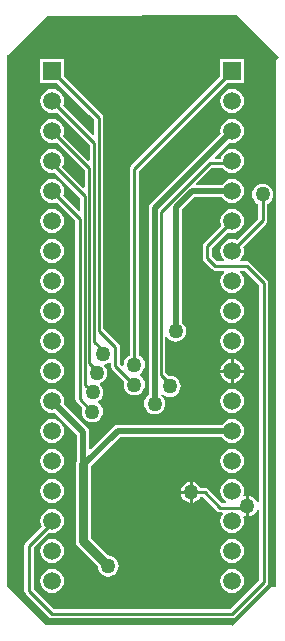
<source format=gbl>
G04*
G04 #@! TF.GenerationSoftware,Altium Limited,Altium Designer,20.2.6 (244)*
G04*
G04 Layer_Physical_Order=2*
G04 Layer_Color=1138169*
%FSLAX25Y25*%
%MOIN*%
G70*
G04*
G04 #@! TF.SameCoordinates,D6E29031-34EE-49FC-8B92-4996805C0DD5*
G04*
G04*
G04 #@! TF.FilePolarity,Positive*
G04*
G01*
G75*
%ADD11C,0.01000*%
%ADD32C,0.02000*%
%ADD33C,0.05906*%
%ADD34R,0.05906X0.05906*%
%ADD35C,0.05000*%
%ADD36C,0.03000*%
%ADD37C,0.03000*%
%ADD38C,0.01500*%
G36*
X75500Y4600D02*
X74600Y3700D01*
Y-172000D01*
X73100D01*
X60200Y-184900D01*
X59900Y-184600D01*
X-2300D01*
X-15100Y-171800D01*
Y5300D01*
X-14500D01*
X-1600Y18200D01*
X60800Y18600D01*
X61500D01*
X75500Y4600D01*
D02*
G37*
%LPC*%
G36*
X60000Y-6013D02*
X58968Y-6149D01*
X58007Y-6547D01*
X57181Y-7181D01*
X56547Y-8007D01*
X56149Y-8968D01*
X56013Y-10000D01*
X56149Y-11032D01*
X56547Y-11993D01*
X57181Y-12819D01*
X58007Y-13453D01*
X58968Y-13851D01*
X60000Y-13987D01*
X61032Y-13851D01*
X61993Y-13453D01*
X62819Y-12819D01*
X63453Y-11993D01*
X63851Y-11032D01*
X63987Y-10000D01*
X63851Y-8968D01*
X63453Y-8007D01*
X62819Y-7181D01*
X61993Y-6547D01*
X61032Y-6149D01*
X60000Y-6013D01*
D02*
G37*
G36*
Y-16013D02*
X58968Y-16149D01*
X58007Y-16547D01*
X57181Y-17181D01*
X56547Y-18007D01*
X56149Y-18968D01*
X56013Y-20000D01*
X56142Y-20975D01*
X32758Y-44358D01*
X32316Y-45020D01*
X32161Y-45800D01*
Y-108053D01*
X31704Y-108404D01*
X31143Y-109135D01*
X30790Y-109986D01*
X30670Y-110900D01*
X30790Y-111814D01*
X31143Y-112665D01*
X31704Y-113396D01*
X32435Y-113957D01*
X33286Y-114310D01*
X34200Y-114430D01*
X35114Y-114310D01*
X35965Y-113957D01*
X36696Y-113396D01*
X37257Y-112665D01*
X37610Y-111814D01*
X37730Y-110900D01*
X37610Y-109986D01*
X37257Y-109135D01*
X36696Y-108404D01*
X36353Y-108140D01*
X36376Y-107848D01*
X36680Y-107711D01*
X36892Y-107674D01*
X37575Y-108197D01*
X38426Y-108550D01*
X39340Y-108670D01*
X40254Y-108550D01*
X41105Y-108197D01*
X41836Y-107636D01*
X42397Y-106905D01*
X42750Y-106054D01*
X42870Y-105140D01*
X42750Y-104226D01*
X42397Y-103375D01*
X41836Y-102644D01*
X41105Y-102083D01*
X40254Y-101730D01*
X39340Y-101610D01*
X38864Y-101672D01*
X37729Y-100537D01*
Y-88707D01*
X38229Y-88578D01*
X38704Y-89196D01*
X39435Y-89757D01*
X40286Y-90110D01*
X41200Y-90230D01*
X42114Y-90110D01*
X42965Y-89757D01*
X43696Y-89196D01*
X44257Y-88465D01*
X44610Y-87614D01*
X44730Y-86700D01*
X44610Y-85786D01*
X44257Y-84935D01*
X43696Y-84204D01*
X43239Y-83853D01*
Y-46145D01*
X47345Y-42039D01*
X56582D01*
X57181Y-42819D01*
X58007Y-43453D01*
X58968Y-43851D01*
X60000Y-43987D01*
X61032Y-43851D01*
X61993Y-43453D01*
X62819Y-42819D01*
X63453Y-41993D01*
X63851Y-41032D01*
X63987Y-40000D01*
X63851Y-38968D01*
X63453Y-38007D01*
X62819Y-37181D01*
X61993Y-36547D01*
X61032Y-36149D01*
X60000Y-36013D01*
X58968Y-36149D01*
X58007Y-36547D01*
X57181Y-37181D01*
X56582Y-37961D01*
X48023D01*
X47832Y-37499D01*
X53101Y-32229D01*
X56728D01*
X57181Y-32819D01*
X58007Y-33453D01*
X58968Y-33851D01*
X60000Y-33987D01*
X61032Y-33851D01*
X61993Y-33453D01*
X62819Y-32819D01*
X63453Y-31993D01*
X63851Y-31032D01*
X63987Y-30000D01*
X63851Y-28968D01*
X63453Y-28007D01*
X62819Y-27181D01*
X61993Y-26547D01*
X61032Y-26149D01*
X60000Y-26013D01*
X58968Y-26149D01*
X58007Y-26547D01*
X57181Y-27181D01*
X56547Y-28007D01*
X56149Y-28968D01*
X56122Y-29171D01*
X54366D01*
X54175Y-28709D01*
X59025Y-23858D01*
X60000Y-23987D01*
X61032Y-23851D01*
X61993Y-23453D01*
X62819Y-22819D01*
X63453Y-21993D01*
X63851Y-21032D01*
X63987Y-20000D01*
X63851Y-18968D01*
X63453Y-18007D01*
X62819Y-17181D01*
X61993Y-16547D01*
X61032Y-16149D01*
X60000Y-16013D01*
D02*
G37*
G36*
X70200Y-37570D02*
X69286Y-37690D01*
X68435Y-38043D01*
X67704Y-38604D01*
X67143Y-39335D01*
X66790Y-40186D01*
X66670Y-41100D01*
X66790Y-42014D01*
X67143Y-42865D01*
X67704Y-43596D01*
X68435Y-44157D01*
X68671Y-44255D01*
Y-49167D01*
X61496Y-56341D01*
X61032Y-56149D01*
X60000Y-56013D01*
X58968Y-56149D01*
X58007Y-56547D01*
X57181Y-57181D01*
X56547Y-58007D01*
X56149Y-58968D01*
X56013Y-60000D01*
X56149Y-61032D01*
X56547Y-61993D01*
X57181Y-62819D01*
X57378Y-62971D01*
X57209Y-63471D01*
X55033D01*
X53229Y-61667D01*
Y-58934D01*
X58504Y-53659D01*
X58968Y-53851D01*
X60000Y-53987D01*
X61032Y-53851D01*
X61993Y-53453D01*
X62819Y-52819D01*
X63453Y-51993D01*
X63851Y-51032D01*
X63987Y-50000D01*
X63851Y-48968D01*
X63453Y-48007D01*
X62819Y-47181D01*
X61993Y-46547D01*
X61032Y-46149D01*
X60000Y-46013D01*
X58968Y-46149D01*
X58007Y-46547D01*
X57181Y-47181D01*
X56547Y-48007D01*
X56149Y-48968D01*
X56013Y-50000D01*
X56149Y-51032D01*
X56341Y-51496D01*
X50619Y-57219D01*
X50287Y-57715D01*
X50171Y-58300D01*
Y-62300D01*
X50287Y-62885D01*
X50619Y-63381D01*
X53319Y-66081D01*
X53815Y-66413D01*
X54400Y-66529D01*
X57209D01*
X57378Y-67029D01*
X57181Y-67181D01*
X56547Y-68007D01*
X56149Y-68968D01*
X56013Y-70000D01*
X56149Y-71032D01*
X56547Y-71993D01*
X57181Y-72819D01*
X58007Y-73453D01*
X58968Y-73851D01*
X60000Y-73987D01*
X61032Y-73851D01*
X61993Y-73453D01*
X62819Y-72819D01*
X63453Y-71993D01*
X63851Y-71032D01*
X63987Y-70000D01*
X63851Y-68968D01*
X63453Y-68007D01*
X62819Y-67181D01*
X62622Y-67029D01*
X62792Y-66529D01*
X64367D01*
X69071Y-71233D01*
Y-144515D01*
X68571Y-144547D01*
X68510Y-144086D01*
X68157Y-143235D01*
X67596Y-142504D01*
X66865Y-141943D01*
X66014Y-141590D01*
X65600Y-141536D01*
Y-145000D01*
Y-148464D01*
X66014Y-148410D01*
X66865Y-148057D01*
X67596Y-147496D01*
X68157Y-146765D01*
X68510Y-145914D01*
X68571Y-145453D01*
X69071Y-145485D01*
Y-169667D01*
X59367Y-179371D01*
X634D01*
X-6171Y-172566D01*
Y-158834D01*
X-1142Y-153805D01*
X-1032Y-153851D01*
X0Y-153987D01*
X1032Y-153851D01*
X1993Y-153453D01*
X2819Y-152819D01*
X3453Y-151993D01*
X3851Y-151032D01*
X3987Y-150000D01*
X3851Y-148968D01*
X3453Y-148007D01*
X2819Y-147181D01*
X1993Y-146547D01*
X1032Y-146149D01*
X0Y-146013D01*
X-1032Y-146149D01*
X-1993Y-146547D01*
X-2819Y-147181D01*
X-3453Y-148007D01*
X-3851Y-148968D01*
X-3987Y-150000D01*
X-3851Y-151032D01*
X-3512Y-151849D01*
X-8781Y-157119D01*
X-9113Y-157615D01*
X-9229Y-158200D01*
Y-173200D01*
X-9113Y-173785D01*
X-8781Y-174281D01*
X-1082Y-181981D01*
X-585Y-182313D01*
X0Y-182429D01*
X60000D01*
X60585Y-182313D01*
X61081Y-181981D01*
X71681Y-171381D01*
X72013Y-170885D01*
X72129Y-170300D01*
Y-70600D01*
X72013Y-70015D01*
X71681Y-69519D01*
X66081Y-63919D01*
X65585Y-63587D01*
X65000Y-63471D01*
X62792D01*
X62622Y-62971D01*
X62819Y-62819D01*
X63453Y-61993D01*
X63851Y-61032D01*
X63987Y-60000D01*
X63851Y-58968D01*
X63659Y-58504D01*
X71281Y-50881D01*
X71613Y-50385D01*
X71729Y-49800D01*
Y-44255D01*
X71965Y-44157D01*
X72696Y-43596D01*
X73257Y-42865D01*
X73610Y-42014D01*
X73730Y-41100D01*
X73610Y-40186D01*
X73257Y-39335D01*
X72696Y-38604D01*
X71965Y-38043D01*
X71114Y-37690D01*
X70200Y-37570D01*
D02*
G37*
G36*
X0Y-46013D02*
X-1032Y-46149D01*
X-1993Y-46547D01*
X-2819Y-47181D01*
X-3453Y-48007D01*
X-3851Y-48968D01*
X-3987Y-50000D01*
X-3851Y-51032D01*
X-3453Y-51993D01*
X-2819Y-52819D01*
X-1993Y-53453D01*
X-1032Y-53851D01*
X0Y-53987D01*
X1032Y-53851D01*
X1993Y-53453D01*
X2819Y-52819D01*
X3453Y-51993D01*
X3851Y-51032D01*
X3987Y-50000D01*
X3851Y-48968D01*
X3453Y-48007D01*
X2819Y-47181D01*
X1993Y-46547D01*
X1032Y-46149D01*
X0Y-46013D01*
D02*
G37*
G36*
Y-56013D02*
X-1032Y-56149D01*
X-1993Y-56547D01*
X-2819Y-57181D01*
X-3453Y-58007D01*
X-3851Y-58968D01*
X-3987Y-60000D01*
X-3851Y-61032D01*
X-3453Y-61993D01*
X-2819Y-62819D01*
X-1993Y-63453D01*
X-1032Y-63851D01*
X0Y-63987D01*
X1032Y-63851D01*
X1993Y-63453D01*
X2819Y-62819D01*
X3453Y-61993D01*
X3851Y-61032D01*
X3987Y-60000D01*
X3851Y-58968D01*
X3453Y-58007D01*
X2819Y-57181D01*
X1993Y-56547D01*
X1032Y-56149D01*
X0Y-56013D01*
D02*
G37*
G36*
Y-66013D02*
X-1032Y-66149D01*
X-1993Y-66547D01*
X-2819Y-67181D01*
X-3453Y-68007D01*
X-3851Y-68968D01*
X-3987Y-70000D01*
X-3851Y-71032D01*
X-3453Y-71993D01*
X-2819Y-72819D01*
X-1993Y-73453D01*
X-1032Y-73851D01*
X0Y-73987D01*
X1032Y-73851D01*
X1993Y-73453D01*
X2819Y-72819D01*
X3453Y-71993D01*
X3851Y-71032D01*
X3987Y-70000D01*
X3851Y-68968D01*
X3453Y-68007D01*
X2819Y-67181D01*
X1993Y-66547D01*
X1032Y-66149D01*
X0Y-66013D01*
D02*
G37*
G36*
X60000Y-76013D02*
X58968Y-76149D01*
X58007Y-76547D01*
X57181Y-77181D01*
X56547Y-78007D01*
X56149Y-78968D01*
X56013Y-80000D01*
X56149Y-81032D01*
X56547Y-81993D01*
X57181Y-82819D01*
X58007Y-83453D01*
X58968Y-83851D01*
X60000Y-83987D01*
X61032Y-83851D01*
X61993Y-83453D01*
X62819Y-82819D01*
X63453Y-81993D01*
X63851Y-81032D01*
X63987Y-80000D01*
X63851Y-78968D01*
X63453Y-78007D01*
X62819Y-77181D01*
X61993Y-76547D01*
X61032Y-76149D01*
X60000Y-76013D01*
D02*
G37*
G36*
X0D02*
X-1032Y-76149D01*
X-1993Y-76547D01*
X-2819Y-77181D01*
X-3453Y-78007D01*
X-3851Y-78968D01*
X-3987Y-80000D01*
X-3851Y-81032D01*
X-3453Y-81993D01*
X-2819Y-82819D01*
X-1993Y-83453D01*
X-1032Y-83851D01*
X0Y-83987D01*
X1032Y-83851D01*
X1993Y-83453D01*
X2819Y-82819D01*
X3453Y-81993D01*
X3851Y-81032D01*
X3987Y-80000D01*
X3851Y-78968D01*
X3453Y-78007D01*
X2819Y-77181D01*
X1993Y-76547D01*
X1032Y-76149D01*
X0Y-76013D01*
D02*
G37*
G36*
X60000Y-86013D02*
X58968Y-86149D01*
X58007Y-86547D01*
X57181Y-87181D01*
X56547Y-88007D01*
X56149Y-88968D01*
X56013Y-90000D01*
X56149Y-91032D01*
X56547Y-91993D01*
X57181Y-92819D01*
X58007Y-93453D01*
X58968Y-93851D01*
X60000Y-93987D01*
X61032Y-93851D01*
X61993Y-93453D01*
X62819Y-92819D01*
X63453Y-91993D01*
X63851Y-91032D01*
X63987Y-90000D01*
X63851Y-88968D01*
X63453Y-88007D01*
X62819Y-87181D01*
X61993Y-86547D01*
X61032Y-86149D01*
X60000Y-86013D01*
D02*
G37*
G36*
X0D02*
X-1032Y-86149D01*
X-1993Y-86547D01*
X-2819Y-87181D01*
X-3453Y-88007D01*
X-3851Y-88968D01*
X-3987Y-90000D01*
X-3851Y-91032D01*
X-3453Y-91993D01*
X-2819Y-92819D01*
X-1993Y-93453D01*
X-1032Y-93851D01*
X0Y-93987D01*
X1032Y-93851D01*
X1993Y-93453D01*
X2819Y-92819D01*
X3453Y-91993D01*
X3851Y-91032D01*
X3987Y-90000D01*
X3851Y-88968D01*
X3453Y-88007D01*
X2819Y-87181D01*
X1993Y-86547D01*
X1032Y-86149D01*
X0Y-86013D01*
D02*
G37*
G36*
X63953Y3953D02*
X56047D01*
Y-1790D01*
X26319Y-31519D01*
X25987Y-32015D01*
X25871Y-32600D01*
Y-94745D01*
X25635Y-94843D01*
X24904Y-95404D01*
X24343Y-96135D01*
X23990Y-96986D01*
X23870Y-97900D01*
X23900Y-98130D01*
X23426Y-98364D01*
X22661Y-97598D01*
Y-92032D01*
X22545Y-91447D01*
X22214Y-90951D01*
X17129Y-85866D01*
Y-15500D01*
X17013Y-14915D01*
X16681Y-14419D01*
X14681Y-12419D01*
X14380Y-12217D01*
X3953Y-1790D01*
Y3953D01*
X-3953D01*
Y-3953D01*
X1790D01*
X12419Y-14581D01*
X12720Y-14783D01*
X14071Y-16134D01*
Y-21254D01*
X13609Y-21446D01*
X3659Y-11496D01*
X3851Y-11032D01*
X3987Y-10000D01*
X3851Y-8968D01*
X3453Y-8007D01*
X2819Y-7181D01*
X1993Y-6547D01*
X1032Y-6149D01*
X0Y-6013D01*
X-1032Y-6149D01*
X-1993Y-6547D01*
X-2819Y-7181D01*
X-3453Y-8007D01*
X-3851Y-8968D01*
X-3987Y-10000D01*
X-3851Y-11032D01*
X-3453Y-11993D01*
X-2819Y-12819D01*
X-1993Y-13453D01*
X-1032Y-13851D01*
X0Y-13987D01*
X1032Y-13851D01*
X1496Y-13659D01*
X12571Y-24734D01*
Y-29754D01*
X12109Y-29946D01*
X3659Y-21496D01*
X3851Y-21032D01*
X3987Y-20000D01*
X3851Y-18968D01*
X3453Y-18007D01*
X2819Y-17181D01*
X1993Y-16547D01*
X1032Y-16149D01*
X0Y-16013D01*
X-1032Y-16149D01*
X-1993Y-16547D01*
X-2819Y-17181D01*
X-3453Y-18007D01*
X-3851Y-18968D01*
X-3987Y-20000D01*
X-3851Y-21032D01*
X-3453Y-21993D01*
X-2819Y-22819D01*
X-1993Y-23453D01*
X-1032Y-23851D01*
X0Y-23987D01*
X1032Y-23851D01*
X1496Y-23659D01*
X10871Y-33033D01*
Y-38754D01*
X10409Y-38946D01*
X3454Y-31991D01*
X3851Y-31032D01*
X3987Y-30000D01*
X3851Y-28968D01*
X3453Y-28007D01*
X2819Y-27181D01*
X1993Y-26547D01*
X1032Y-26149D01*
X0Y-26013D01*
X-1032Y-26149D01*
X-1993Y-26547D01*
X-2819Y-27181D01*
X-3453Y-28007D01*
X-3851Y-28968D01*
X-3987Y-30000D01*
X-3851Y-31032D01*
X-3453Y-31993D01*
X-2819Y-32819D01*
X-1993Y-33453D01*
X-1032Y-33851D01*
X0Y-33987D01*
X993Y-33856D01*
X9361Y-42224D01*
Y-46544D01*
X8899Y-46736D01*
X3659Y-41496D01*
X3851Y-41032D01*
X3987Y-40000D01*
X3851Y-38968D01*
X3453Y-38007D01*
X2819Y-37181D01*
X1993Y-36547D01*
X1032Y-36149D01*
X0Y-36013D01*
X-1032Y-36149D01*
X-1993Y-36547D01*
X-2819Y-37181D01*
X-3453Y-38007D01*
X-3851Y-38968D01*
X-3987Y-40000D01*
X-3851Y-41032D01*
X-3453Y-41993D01*
X-2819Y-42819D01*
X-1993Y-43453D01*
X-1032Y-43851D01*
X0Y-43987D01*
X1032Y-43851D01*
X1496Y-43659D01*
X7771Y-49933D01*
Y-109400D01*
X7887Y-109985D01*
X8219Y-110481D01*
X10088Y-112351D01*
X9990Y-112586D01*
X9870Y-113500D01*
X9990Y-114414D01*
X10343Y-115265D01*
X10904Y-115996D01*
X11635Y-116557D01*
X12486Y-116910D01*
X13400Y-117030D01*
X14314Y-116910D01*
X15165Y-116557D01*
X15896Y-115996D01*
X16457Y-115265D01*
X16810Y-114414D01*
X16930Y-113500D01*
X16810Y-112586D01*
X16457Y-111735D01*
X15896Y-111004D01*
X15417Y-110636D01*
X15383Y-110531D01*
X15425Y-110034D01*
X15996Y-109596D01*
X16557Y-108865D01*
X16910Y-108014D01*
X17030Y-107100D01*
X16910Y-106186D01*
X16557Y-105335D01*
X15996Y-104604D01*
X15824Y-104472D01*
X15963Y-103948D01*
X16665Y-103657D01*
X17396Y-103096D01*
X17957Y-102365D01*
X18310Y-101514D01*
X18430Y-100600D01*
X18310Y-99686D01*
X17957Y-98835D01*
X17442Y-98163D01*
X17529Y-97647D01*
X17814Y-97610D01*
X18665Y-97257D01*
X19103Y-96921D01*
X19603Y-97168D01*
Y-98232D01*
X19719Y-98817D01*
X20051Y-99313D01*
X24088Y-103351D01*
X23990Y-103586D01*
X23870Y-104500D01*
X23990Y-105414D01*
X24343Y-106265D01*
X24904Y-106996D01*
X25635Y-107557D01*
X26486Y-107910D01*
X27400Y-108030D01*
X28314Y-107910D01*
X29165Y-107557D01*
X29896Y-106996D01*
X30457Y-106265D01*
X30810Y-105414D01*
X30930Y-104500D01*
X30810Y-103586D01*
X30457Y-102735D01*
X29896Y-102004D01*
X29212Y-101479D01*
X29181Y-101200D01*
X29212Y-100921D01*
X29896Y-100396D01*
X30457Y-99665D01*
X30810Y-98814D01*
X30930Y-97900D01*
X30810Y-96986D01*
X30457Y-96135D01*
X29896Y-95404D01*
X29165Y-94843D01*
X28929Y-94745D01*
Y-33233D01*
X58210Y-3953D01*
X63953D01*
Y3953D01*
D02*
G37*
G36*
X60500Y-96079D02*
Y-99500D01*
X63921D01*
X63851Y-98968D01*
X63453Y-98007D01*
X62819Y-97181D01*
X61993Y-96547D01*
X61032Y-96149D01*
X60500Y-96079D01*
D02*
G37*
G36*
X59500D02*
X58968Y-96149D01*
X58007Y-96547D01*
X57181Y-97181D01*
X56547Y-98007D01*
X56149Y-98968D01*
X56079Y-99500D01*
X59500D01*
Y-96079D01*
D02*
G37*
G36*
X63921Y-100500D02*
X60500D01*
Y-103921D01*
X61032Y-103851D01*
X61993Y-103453D01*
X62819Y-102819D01*
X63453Y-101993D01*
X63851Y-101032D01*
X63921Y-100500D01*
D02*
G37*
G36*
X59500D02*
X56079D01*
X56149Y-101032D01*
X56547Y-101993D01*
X57181Y-102819D01*
X58007Y-103453D01*
X58968Y-103851D01*
X59500Y-103921D01*
Y-100500D01*
D02*
G37*
G36*
X0Y-96013D02*
X-1032Y-96149D01*
X-1993Y-96547D01*
X-2819Y-97181D01*
X-3453Y-98007D01*
X-3851Y-98968D01*
X-3987Y-100000D01*
X-3851Y-101032D01*
X-3453Y-101993D01*
X-2819Y-102819D01*
X-1993Y-103453D01*
X-1032Y-103851D01*
X0Y-103987D01*
X1032Y-103851D01*
X1993Y-103453D01*
X2819Y-102819D01*
X3453Y-101993D01*
X3851Y-101032D01*
X3987Y-100000D01*
X3851Y-98968D01*
X3453Y-98007D01*
X2819Y-97181D01*
X1993Y-96547D01*
X1032Y-96149D01*
X0Y-96013D01*
D02*
G37*
G36*
X60000Y-106013D02*
X58968Y-106149D01*
X58007Y-106547D01*
X57181Y-107181D01*
X56547Y-108007D01*
X56149Y-108968D01*
X56013Y-110000D01*
X56149Y-111032D01*
X56547Y-111993D01*
X57181Y-112819D01*
X58007Y-113453D01*
X58968Y-113851D01*
X60000Y-113987D01*
X61032Y-113851D01*
X61993Y-113453D01*
X62819Y-112819D01*
X63453Y-111993D01*
X63851Y-111032D01*
X63987Y-110000D01*
X63851Y-108968D01*
X63453Y-108007D01*
X62819Y-107181D01*
X61993Y-106547D01*
X61032Y-106149D01*
X60000Y-106013D01*
D02*
G37*
G36*
X0D02*
X-1032Y-106149D01*
X-1993Y-106547D01*
X-2819Y-107181D01*
X-3453Y-108007D01*
X-3851Y-108968D01*
X-3987Y-110000D01*
X-3851Y-111032D01*
X-3453Y-111993D01*
X-2819Y-112819D01*
X-1993Y-113453D01*
X-1032Y-113851D01*
X0Y-113987D01*
X975Y-113858D01*
X8361Y-121245D01*
Y-129952D01*
X8045Y-130424D01*
X7851Y-131400D01*
Y-156700D01*
X8045Y-157676D01*
X8598Y-158502D01*
X15181Y-165086D01*
X15290Y-165914D01*
X15643Y-166765D01*
X16204Y-167496D01*
X16935Y-168057D01*
X17786Y-168410D01*
X18700Y-168530D01*
X19614Y-168410D01*
X20465Y-168057D01*
X21196Y-167496D01*
X21757Y-166765D01*
X22110Y-165914D01*
X22230Y-165000D01*
X22110Y-164086D01*
X21757Y-163235D01*
X21196Y-162504D01*
X20465Y-161943D01*
X19614Y-161590D01*
X18786Y-161481D01*
X12949Y-155644D01*
Y-131735D01*
X22645Y-122039D01*
X56582D01*
X57181Y-122819D01*
X58007Y-123453D01*
X58968Y-123851D01*
X60000Y-123987D01*
X61032Y-123851D01*
X61993Y-123453D01*
X62819Y-122819D01*
X63453Y-121993D01*
X63851Y-121032D01*
X63987Y-120000D01*
X63851Y-118968D01*
X63453Y-118007D01*
X62819Y-117181D01*
X61993Y-116547D01*
X61032Y-116149D01*
X60000Y-116013D01*
X58968Y-116149D01*
X58007Y-116547D01*
X57181Y-117181D01*
X56582Y-117961D01*
X21800D01*
X21020Y-118116D01*
X20358Y-118558D01*
X20358Y-118558D01*
X12901Y-126015D01*
X12439Y-125824D01*
Y-120400D01*
X12284Y-119620D01*
X11842Y-118958D01*
X3858Y-110975D01*
X3987Y-110000D01*
X3851Y-108968D01*
X3453Y-108007D01*
X2819Y-107181D01*
X1993Y-106547D01*
X1032Y-106149D01*
X0Y-106013D01*
D02*
G37*
G36*
Y-116013D02*
X-1032Y-116149D01*
X-1993Y-116547D01*
X-2819Y-117181D01*
X-3453Y-118007D01*
X-3851Y-118968D01*
X-3987Y-120000D01*
X-3851Y-121032D01*
X-3453Y-121993D01*
X-2819Y-122819D01*
X-1993Y-123453D01*
X-1032Y-123851D01*
X0Y-123987D01*
X1032Y-123851D01*
X1993Y-123453D01*
X2819Y-122819D01*
X3453Y-121993D01*
X3851Y-121032D01*
X3987Y-120000D01*
X3851Y-118968D01*
X3453Y-118007D01*
X2819Y-117181D01*
X1993Y-116547D01*
X1032Y-116149D01*
X0Y-116013D01*
D02*
G37*
G36*
X60000Y-126013D02*
X58968Y-126149D01*
X58007Y-126547D01*
X57181Y-127181D01*
X56547Y-128007D01*
X56149Y-128968D01*
X56013Y-130000D01*
X56149Y-131032D01*
X56547Y-131993D01*
X57181Y-132819D01*
X58007Y-133453D01*
X58968Y-133851D01*
X60000Y-133987D01*
X61032Y-133851D01*
X61993Y-133453D01*
X62819Y-132819D01*
X63453Y-131993D01*
X63851Y-131032D01*
X63987Y-130000D01*
X63851Y-128968D01*
X63453Y-128007D01*
X62819Y-127181D01*
X61993Y-126547D01*
X61032Y-126149D01*
X60000Y-126013D01*
D02*
G37*
G36*
X0D02*
X-1032Y-126149D01*
X-1993Y-126547D01*
X-2819Y-127181D01*
X-3453Y-128007D01*
X-3851Y-128968D01*
X-3987Y-130000D01*
X-3851Y-131032D01*
X-3453Y-131993D01*
X-2819Y-132819D01*
X-1993Y-133453D01*
X-1032Y-133851D01*
X0Y-133987D01*
X1032Y-133851D01*
X1993Y-133453D01*
X2819Y-132819D01*
X3453Y-131993D01*
X3851Y-131032D01*
X3987Y-130000D01*
X3851Y-128968D01*
X3453Y-128007D01*
X2819Y-127181D01*
X1993Y-126547D01*
X1032Y-126149D01*
X0Y-126013D01*
D02*
G37*
G36*
X45800Y-136936D02*
X45386Y-136990D01*
X44535Y-137343D01*
X43804Y-137904D01*
X43243Y-138635D01*
X42890Y-139486D01*
X42836Y-139900D01*
X45800D01*
Y-136936D01*
D02*
G37*
G36*
Y-140900D02*
X42836D01*
X42890Y-141314D01*
X43243Y-142165D01*
X43804Y-142896D01*
X44535Y-143457D01*
X45386Y-143810D01*
X45800Y-143864D01*
Y-140900D01*
D02*
G37*
G36*
X60000Y-136013D02*
X58968Y-136149D01*
X58007Y-136547D01*
X57181Y-137181D01*
X56547Y-138007D01*
X56149Y-138968D01*
X56013Y-140000D01*
X56149Y-141032D01*
X56547Y-141993D01*
X57181Y-142819D01*
X58007Y-143453D01*
X58050Y-143471D01*
X57950Y-143971D01*
X56533D01*
X51881Y-139319D01*
X51385Y-138987D01*
X50800Y-138871D01*
X49455D01*
X49357Y-138635D01*
X48796Y-137904D01*
X48065Y-137343D01*
X47214Y-136990D01*
X46800Y-136936D01*
Y-140400D01*
Y-143864D01*
X47214Y-143810D01*
X48065Y-143457D01*
X48796Y-142896D01*
X49357Y-142165D01*
X49455Y-141929D01*
X50166D01*
X54819Y-146581D01*
X55315Y-146913D01*
X55900Y-147029D01*
X56667D01*
X56913Y-147529D01*
X56547Y-148007D01*
X56149Y-148968D01*
X56013Y-150000D01*
X56149Y-151032D01*
X56547Y-151993D01*
X57181Y-152819D01*
X58007Y-153453D01*
X58968Y-153851D01*
X60000Y-153987D01*
X61032Y-153851D01*
X61993Y-153453D01*
X62819Y-152819D01*
X63453Y-151993D01*
X63851Y-151032D01*
X63987Y-150000D01*
X63851Y-148968D01*
X63753Y-148730D01*
X64106Y-148377D01*
X64186Y-148410D01*
X64600Y-148464D01*
Y-145000D01*
Y-141536D01*
X64186Y-141590D01*
X64106Y-141623D01*
X63753Y-141270D01*
X63851Y-141032D01*
X63987Y-140000D01*
X63851Y-138968D01*
X63453Y-138007D01*
X62819Y-137181D01*
X61993Y-136547D01*
X61032Y-136149D01*
X60000Y-136013D01*
D02*
G37*
G36*
X0D02*
X-1032Y-136149D01*
X-1993Y-136547D01*
X-2819Y-137181D01*
X-3453Y-138007D01*
X-3851Y-138968D01*
X-3987Y-140000D01*
X-3851Y-141032D01*
X-3453Y-141993D01*
X-2819Y-142819D01*
X-1993Y-143453D01*
X-1032Y-143851D01*
X0Y-143987D01*
X1032Y-143851D01*
X1993Y-143453D01*
X2819Y-142819D01*
X3453Y-141993D01*
X3851Y-141032D01*
X3987Y-140000D01*
X3851Y-138968D01*
X3453Y-138007D01*
X2819Y-137181D01*
X1993Y-136547D01*
X1032Y-136149D01*
X0Y-136013D01*
D02*
G37*
G36*
X60000Y-156013D02*
X58968Y-156149D01*
X58007Y-156547D01*
X57181Y-157181D01*
X56547Y-158007D01*
X56149Y-158968D01*
X56013Y-160000D01*
X56149Y-161032D01*
X56547Y-161993D01*
X57181Y-162819D01*
X58007Y-163453D01*
X58968Y-163851D01*
X60000Y-163987D01*
X61032Y-163851D01*
X61993Y-163453D01*
X62819Y-162819D01*
X63453Y-161993D01*
X63851Y-161032D01*
X63987Y-160000D01*
X63851Y-158968D01*
X63453Y-158007D01*
X62819Y-157181D01*
X61993Y-156547D01*
X61032Y-156149D01*
X60000Y-156013D01*
D02*
G37*
G36*
X0D02*
X-1032Y-156149D01*
X-1993Y-156547D01*
X-2819Y-157181D01*
X-3453Y-158007D01*
X-3851Y-158968D01*
X-3987Y-160000D01*
X-3851Y-161032D01*
X-3453Y-161993D01*
X-2819Y-162819D01*
X-1993Y-163453D01*
X-1032Y-163851D01*
X0Y-163987D01*
X1032Y-163851D01*
X1993Y-163453D01*
X2819Y-162819D01*
X3453Y-161993D01*
X3851Y-161032D01*
X3987Y-160000D01*
X3851Y-158968D01*
X3453Y-158007D01*
X2819Y-157181D01*
X1993Y-156547D01*
X1032Y-156149D01*
X0Y-156013D01*
D02*
G37*
G36*
X60000Y-166013D02*
X58968Y-166149D01*
X58007Y-166547D01*
X57181Y-167181D01*
X56547Y-168007D01*
X56149Y-168968D01*
X56013Y-170000D01*
X56149Y-171032D01*
X56547Y-171993D01*
X57181Y-172819D01*
X58007Y-173453D01*
X58968Y-173851D01*
X60000Y-173987D01*
X61032Y-173851D01*
X61993Y-173453D01*
X62819Y-172819D01*
X63453Y-171993D01*
X63851Y-171032D01*
X63987Y-170000D01*
X63851Y-168968D01*
X63453Y-168007D01*
X62819Y-167181D01*
X61993Y-166547D01*
X61032Y-166149D01*
X60000Y-166013D01*
D02*
G37*
G36*
X0D02*
X-1032Y-166149D01*
X-1993Y-166547D01*
X-2819Y-167181D01*
X-3453Y-168007D01*
X-3851Y-168968D01*
X-3987Y-170000D01*
X-3851Y-171032D01*
X-3453Y-171993D01*
X-2819Y-172819D01*
X-1993Y-173453D01*
X-1032Y-173851D01*
X0Y-173987D01*
X1032Y-173851D01*
X1993Y-173453D01*
X2819Y-172819D01*
X3453Y-171993D01*
X3851Y-171032D01*
X3987Y-170000D01*
X3851Y-168968D01*
X3453Y-168007D01*
X2819Y-167181D01*
X1993Y-166547D01*
X1032Y-166149D01*
X0Y-166013D01*
D02*
G37*
%LPD*%
D11*
X51700Y-58300D02*
X60000Y-50000D01*
X51700Y-62300D02*
Y-58300D01*
Y-62300D02*
X54400Y-65000D01*
X65000D02*
X70600Y-70600D01*
X54400Y-65000D02*
X65000D01*
X70600Y-170300D02*
Y-70600D01*
X60000Y-180900D02*
X70600Y-170300D01*
X0Y-180900D02*
X60000D01*
X-7700Y-173200D02*
X0Y-180900D01*
X-7700Y-173200D02*
Y-158200D01*
X0Y-150500D02*
Y-150000D01*
X-7700Y-158200D02*
X0Y-150500D01*
X60000Y-60000D02*
X70200Y-49800D01*
Y-41100D01*
X64600Y-145500D02*
X65100Y-145000D01*
X55900Y-145500D02*
X64600D01*
X50800Y-140400D02*
X55900Y-145500D01*
X46300Y-140400D02*
X50800D01*
X36200Y-46968D02*
X52468Y-30700D01*
X36200Y-101171D02*
X39340Y-104311D01*
X36200Y-101171D02*
Y-46968D01*
X39340Y-105140D02*
Y-104311D01*
X27400Y-32600D02*
X60000Y0D01*
X27400Y-97900D02*
Y-32600D01*
X52468Y-30700D02*
X59300D01*
X21132Y-98232D02*
Y-92032D01*
X15600Y-86500D02*
X21132Y-92032D01*
X15600Y-86500D02*
Y-15500D01*
X27400Y-104500D02*
Y-104500D01*
X21132Y-98232D02*
X27400Y-104500D01*
X14100Y-90300D02*
X16900Y-93100D01*
Y-94200D02*
Y-93100D01*
X13600Y-13500D02*
X15600Y-15500D01*
X0Y0D02*
X13500Y-13500D01*
X13600D01*
X0Y-10000D02*
X14100Y-24100D01*
Y-90300D02*
Y-24100D01*
X0Y-20000D02*
X12400Y-32400D01*
Y-97443D02*
Y-32400D01*
X14900Y-100600D02*
Y-99943D01*
X12400Y-97443D02*
X14900Y-99943D01*
X10890Y-104490D02*
Y-41590D01*
X-250Y-30450D02*
X10890Y-41590D01*
Y-104490D02*
X13500Y-107100D01*
X9300Y-109400D02*
Y-49300D01*
X0Y-40000D02*
X9300Y-49300D01*
Y-109400D02*
X13400Y-113500D01*
D32*
X0Y-110000D02*
X10400Y-120400D01*
Y-131400D02*
Y-120400D01*
X21800Y-120000D02*
X60000D01*
X10400Y-131400D02*
X21800Y-120000D01*
X34200Y-45800D02*
X60000Y-20000D01*
X34200Y-110900D02*
Y-45800D01*
X41200Y-86700D02*
Y-45300D01*
X46500Y-40000D01*
X60000D01*
D33*
X0Y-100000D02*
D03*
Y-110000D02*
D03*
X60000Y-10000D02*
D03*
Y-120000D02*
D03*
Y-170000D02*
D03*
Y-160000D02*
D03*
Y-150000D02*
D03*
Y-140000D02*
D03*
Y-130000D02*
D03*
Y-110000D02*
D03*
Y-100000D02*
D03*
Y-90000D02*
D03*
Y-80000D02*
D03*
Y-70000D02*
D03*
Y-60000D02*
D03*
Y-50000D02*
D03*
Y-40000D02*
D03*
Y-30000D02*
D03*
Y-20000D02*
D03*
X0Y-170000D02*
D03*
Y-160000D02*
D03*
Y-150000D02*
D03*
Y-140000D02*
D03*
Y-130000D02*
D03*
Y-120000D02*
D03*
Y-90000D02*
D03*
Y-80000D02*
D03*
Y-70000D02*
D03*
Y-60000D02*
D03*
Y-50000D02*
D03*
Y-40000D02*
D03*
Y-30000D02*
D03*
Y-20000D02*
D03*
Y-10000D02*
D03*
D34*
X60000Y0D02*
D03*
X0D02*
D03*
D35*
X18700Y-165000D02*
D03*
X70200Y-41100D02*
D03*
X65100Y-145000D02*
D03*
X46300Y-140400D02*
D03*
X39340Y-105140D02*
D03*
X34200Y-110900D02*
D03*
X41200Y-86700D02*
D03*
X27400Y-97900D02*
D03*
X16900Y-94200D02*
D03*
X27400Y-104500D02*
D03*
X14900Y-100600D02*
D03*
X13500Y-107100D02*
D03*
X13400Y-113500D02*
D03*
D36*
X10400Y-131400D02*
D03*
D37*
Y-156700D02*
X18700Y-165000D01*
X10400Y-156700D02*
Y-131400D01*
D38*
X59300Y-30700D02*
X60000Y-30000D01*
M02*

</source>
